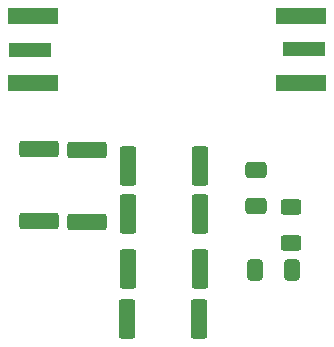
<source format=gbr>
%TF.GenerationSoftware,KiCad,Pcbnew,8.99.0-unknown-8e286d44fc~178~ubuntu22.04.1*%
%TF.CreationDate,2024-05-21T21:22:49+05:30*%
%TF.ProjectId,MiniSWR-Interface,4d696e69-5357-4522-9d49-6e7465726661,rev?*%
%TF.SameCoordinates,Original*%
%TF.FileFunction,Paste,Top*%
%TF.FilePolarity,Positive*%
%FSLAX46Y46*%
G04 Gerber Fmt 4.6, Leading zero omitted, Abs format (unit mm)*
G04 Created by KiCad (PCBNEW 8.99.0-unknown-8e286d44fc~178~ubuntu22.04.1) date 2024-05-21 21:22:49*
%MOMM*%
%LPD*%
G01*
G04 APERTURE LIST*
G04 Aperture macros list*
%AMRoundRect*
0 Rectangle with rounded corners*
0 $1 Rounding radius*
0 $2 $3 $4 $5 $6 $7 $8 $9 X,Y pos of 4 corners*
0 Add a 4 corners polygon primitive as box body*
4,1,4,$2,$3,$4,$5,$6,$7,$8,$9,$2,$3,0*
0 Add four circle primitives for the rounded corners*
1,1,$1+$1,$2,$3*
1,1,$1+$1,$4,$5*
1,1,$1+$1,$6,$7*
1,1,$1+$1,$8,$9*
0 Add four rect primitives between the rounded corners*
20,1,$1+$1,$2,$3,$4,$5,0*
20,1,$1+$1,$4,$5,$6,$7,0*
20,1,$1+$1,$6,$7,$8,$9,0*
20,1,$1+$1,$8,$9,$2,$3,0*%
G04 Aperture macros list end*
%ADD10RoundRect,0.250000X-0.650000X0.412500X-0.650000X-0.412500X0.650000X-0.412500X0.650000X0.412500X0*%
%ADD11RoundRect,0.249999X-0.450001X-1.425001X0.450001X-1.425001X0.450001X1.425001X-0.450001X1.425001X0*%
%ADD12RoundRect,0.249999X0.450001X1.425001X-0.450001X1.425001X-0.450001X-1.425001X0.450001X-1.425001X0*%
%ADD13RoundRect,0.249999X1.425001X-0.450001X1.425001X0.450001X-1.425001X0.450001X-1.425001X-0.450001X0*%
%ADD14R,3.600000X1.270000*%
%ADD15R,4.200000X1.350000*%
%ADD16RoundRect,0.250000X0.412500X0.650000X-0.412500X0.650000X-0.412500X-0.650000X0.412500X-0.650000X0*%
%ADD17RoundRect,0.250000X0.625000X-0.400000X0.625000X0.400000X-0.625000X0.400000X-0.625000X-0.400000X0*%
G04 APERTURE END LIST*
D10*
%TO.C,C1*%
X139330000Y-84797500D03*
X139330000Y-87922500D03*
%TD*%
D11*
%TO.C,R6*%
X128480000Y-88570000D03*
X134580000Y-88570000D03*
%TD*%
%TO.C,R3*%
X128490000Y-84470000D03*
X134590000Y-84470000D03*
%TD*%
D12*
%TO.C,R7*%
X134560000Y-97450000D03*
X128460000Y-97450000D03*
%TD*%
D13*
%TO.C,R1*%
X125080000Y-89215000D03*
X125080000Y-83115000D03*
%TD*%
D14*
%TO.C,J2*%
X143387500Y-74630000D03*
D15*
X143187500Y-77455000D03*
X143187500Y-71805000D03*
%TD*%
D16*
%TO.C,C2*%
X142362500Y-93320000D03*
X139237500Y-93320000D03*
%TD*%
D12*
%TO.C,R2*%
X134600000Y-93230000D03*
X128500000Y-93230000D03*
%TD*%
D17*
%TO.C,R4*%
X142350000Y-91030000D03*
X142350000Y-87930000D03*
%TD*%
D14*
%TO.C,J1*%
X120250000Y-74650000D03*
D15*
X120450000Y-71825000D03*
X120450000Y-77475000D03*
%TD*%
D13*
%TO.C,R5*%
X121020000Y-89190000D03*
X121020000Y-83090000D03*
%TD*%
M02*

</source>
